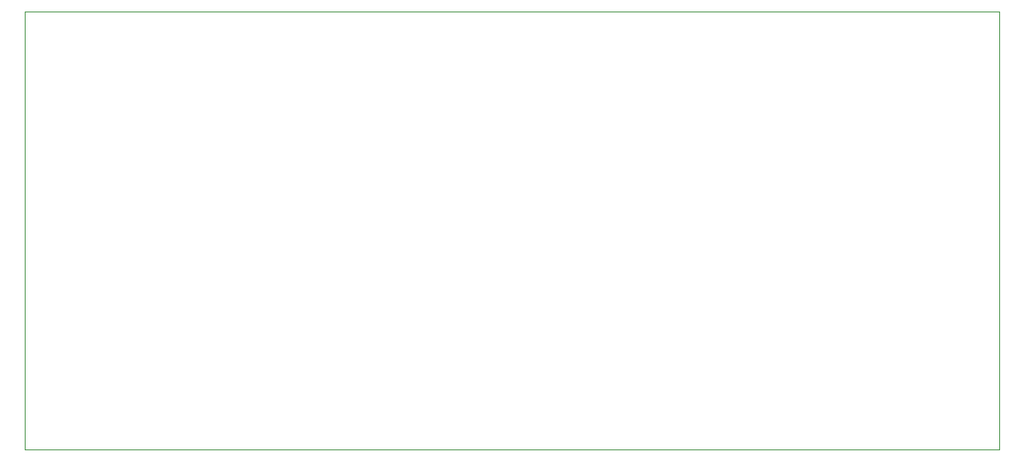
<source format=gm1>
G04 #@! TF.GenerationSoftware,KiCad,Pcbnew,5.1.10*
G04 #@! TF.CreationDate,2022-02-22T14:04:46+13:00*
G04 #@! TF.ProjectId,transcribe_circuit,7472616e-7363-4726-9962-655f63697263,v0_5_1*
G04 #@! TF.SameCoordinates,Original*
G04 #@! TF.FileFunction,Profile,NP*
%FSLAX46Y46*%
G04 Gerber Fmt 4.6, Leading zero omitted, Abs format (unit mm)*
G04 Created by KiCad (PCBNEW 5.1.10) date 2022-02-22 14:04:46*
%MOMM*%
%LPD*%
G01*
G04 APERTURE LIST*
G04 #@! TA.AperFunction,Profile*
%ADD10C,0.050000*%
G04 #@! TD*
G04 APERTURE END LIST*
D10*
X-290000000Y745000000D02*
X-290000000Y790000000D01*
X-190000000Y745000000D02*
X-290000000Y745000000D01*
X-190000000Y790000000D02*
X-190000000Y745000000D01*
X-290000000Y790000000D02*
X-190000000Y790000000D01*
M02*

</source>
